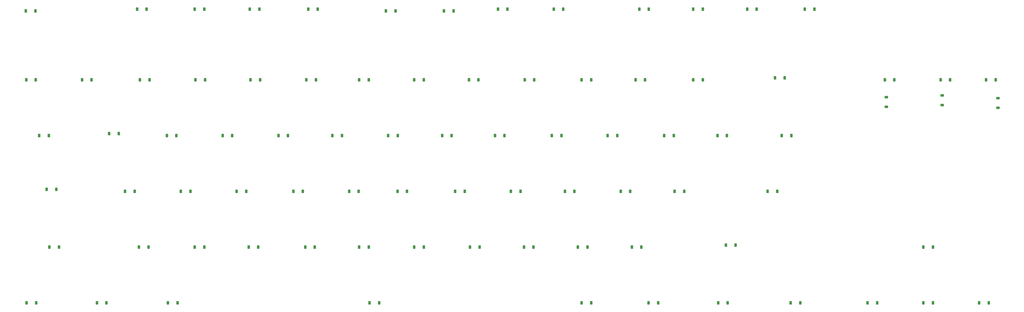
<source format=gbr>
%TF.GenerationSoftware,KiCad,Pcbnew,9.0.6*%
%TF.CreationDate,2025-12-30T21:58:58-08:00*%
%TF.ProjectId,keyboard,6b657962-6f61-4726-942e-6b696361645f,rev?*%
%TF.SameCoordinates,Original*%
%TF.FileFunction,Paste,Top*%
%TF.FilePolarity,Positive*%
%FSLAX46Y46*%
G04 Gerber Fmt 4.6, Leading zero omitted, Abs format (unit mm)*
G04 Created by KiCad (PCBNEW 9.0.6) date 2025-12-30 21:58:58*
%MOMM*%
%LPD*%
G01*
G04 APERTURE LIST*
G04 Aperture macros list*
%AMRoundRect*
0 Rectangle with rounded corners*
0 $1 Rounding radius*
0 $2 $3 $4 $5 $6 $7 $8 $9 X,Y pos of 4 corners*
0 Add a 4 corners polygon primitive as box body*
4,1,4,$2,$3,$4,$5,$6,$7,$8,$9,$2,$3,0*
0 Add four circle primitives for the rounded corners*
1,1,$1+$1,$2,$3*
1,1,$1+$1,$4,$5*
1,1,$1+$1,$6,$7*
1,1,$1+$1,$8,$9*
0 Add four rect primitives between the rounded corners*
20,1,$1+$1,$2,$3,$4,$5,0*
20,1,$1+$1,$4,$5,$6,$7,0*
20,1,$1+$1,$6,$7,$8,$9,0*
20,1,$1+$1,$8,$9,$2,$3,0*%
G04 Aperture macros list end*
%ADD10RoundRect,0.225000X-0.225000X-0.375000X0.225000X-0.375000X0.225000X0.375000X-0.225000X0.375000X0*%
%ADD11RoundRect,0.225000X-0.375000X0.225000X-0.375000X-0.225000X0.375000X-0.225000X0.375000X0.225000X0*%
G04 APERTURE END LIST*
D10*
%TO.C,D78*%
X315056250Y-130175000D03*
X318356250Y-130175000D03*
%TD*%
%TO.C,D28*%
X119000000Y-92075000D03*
X122300000Y-92075000D03*
%TD*%
%TO.C,D38*%
X154560000Y-92075000D03*
X157860000Y-92075000D03*
%TD*%
%TO.C,D68*%
X264035000Y-130175000D03*
X267335000Y-130175000D03*
%TD*%
%TO.C,D45*%
X207900000Y-29845000D03*
X211200000Y-29845000D03*
%TD*%
%TO.C,D27*%
X113920000Y-73025000D03*
X117220000Y-73025000D03*
%TD*%
%TO.C,D59*%
X226315000Y-73025000D03*
X229615000Y-73025000D03*
%TD*%
%TO.C,D51*%
X237110000Y-29845000D03*
X240410000Y-29845000D03*
%TD*%
%TO.C,D9*%
X56135000Y-72390000D03*
X59435000Y-72390000D03*
%TD*%
%TO.C,D41*%
X160275000Y-53975000D03*
X163575000Y-53975000D03*
%TD*%
%TO.C,D79*%
X334106250Y-130175000D03*
X337406250Y-130175000D03*
%TD*%
%TO.C,D85*%
X339980000Y-53975000D03*
X343280000Y-53975000D03*
%TD*%
%TO.C,D70*%
X255525000Y-53975000D03*
X258825000Y-53975000D03*
%TD*%
D11*
%TO.C,D83*%
X321468750Y-59945000D03*
X321468750Y-63245000D03*
%TD*%
D10*
%TO.C,D13*%
X85345000Y-29845000D03*
X88645000Y-29845000D03*
%TD*%
%TO.C,D66*%
X249175000Y-92075000D03*
X252475000Y-92075000D03*
%TD*%
%TO.C,D64*%
X235840000Y-53975000D03*
X239140000Y-53975000D03*
%TD*%
%TO.C,D30*%
X150605000Y-30480000D03*
X153905000Y-30480000D03*
%TD*%
%TO.C,D5*%
X35718750Y-111125000D03*
X39018750Y-111125000D03*
%TD*%
%TO.C,D56*%
X217425000Y-130175000D03*
X220725000Y-130175000D03*
%TD*%
%TO.C,D86*%
X320930000Y-53975000D03*
X324230000Y-53975000D03*
%TD*%
%TO.C,D73*%
X266700000Y-110490000D03*
X270000000Y-110490000D03*
%TD*%
%TO.C,D22*%
X99695000Y-92075000D03*
X102995000Y-92075000D03*
%TD*%
%TO.C,D26*%
X104395000Y-53975000D03*
X107695000Y-53975000D03*
%TD*%
%TO.C,D77*%
X285750000Y-73025000D03*
X289050000Y-73025000D03*
%TD*%
%TO.C,D37*%
X151385000Y-73025000D03*
X154685000Y-73025000D03*
%TD*%
%TO.C,D25*%
X124080000Y-29845000D03*
X127380000Y-29845000D03*
%TD*%
%TO.C,D33*%
X138050000Y-92075000D03*
X141350000Y-92075000D03*
%TD*%
%TO.C,D61*%
X234570000Y-111125000D03*
X237870000Y-111125000D03*
%TD*%
%TO.C,D55*%
X216155000Y-111125000D03*
X219455000Y-111125000D03*
%TD*%
%TO.C,D60*%
X230760000Y-92075000D03*
X234060000Y-92075000D03*
%TD*%
%TO.C,D69*%
X293625000Y-29845000D03*
X296925000Y-29845000D03*
%TD*%
%TO.C,D14*%
X66675000Y-53975000D03*
X69975000Y-53975000D03*
%TD*%
%TO.C,D53*%
X207265000Y-73025000D03*
X210565000Y-73025000D03*
%TD*%
%TO.C,D47*%
X187835000Y-73025000D03*
X191135000Y-73025000D03*
%TD*%
%TO.C,D80*%
X334106250Y-111125000D03*
X337406250Y-111125000D03*
%TD*%
%TO.C,D32*%
X132335000Y-73025000D03*
X135635000Y-73025000D03*
%TD*%
%TO.C,D74*%
X288800000Y-130175000D03*
X292100000Y-130175000D03*
%TD*%
%TO.C,D48*%
X193295000Y-92075000D03*
X196595000Y-92075000D03*
%TD*%
%TO.C,D10*%
X61595000Y-92075000D03*
X64895000Y-92075000D03*
%TD*%
D11*
%TO.C,D82*%
X340518750Y-59310000D03*
X340518750Y-62610000D03*
%TD*%
D10*
%TO.C,D84*%
X355537500Y-53975000D03*
X358837500Y-53975000D03*
%TD*%
%TO.C,D7*%
X65660000Y-29845000D03*
X68960000Y-29845000D03*
%TD*%
%TO.C,D58*%
X217425000Y-53975000D03*
X220725000Y-53975000D03*
%TD*%
%TO.C,D46*%
X178945000Y-53975000D03*
X182245000Y-53975000D03*
%TD*%
%TO.C,D12*%
X51945000Y-130175000D03*
X55245000Y-130175000D03*
%TD*%
%TO.C,D2*%
X27815000Y-53975000D03*
X31115000Y-53975000D03*
%TD*%
%TO.C,D6*%
X27940000Y-130175000D03*
X31240000Y-130175000D03*
%TD*%
%TO.C,D34*%
X141480000Y-111125000D03*
X144780000Y-111125000D03*
%TD*%
%TO.C,D62*%
X240285000Y-130175000D03*
X243585000Y-130175000D03*
%TD*%
%TO.C,D43*%
X174245000Y-92075000D03*
X177545000Y-92075000D03*
%TD*%
%TO.C,D40*%
X188850000Y-29845000D03*
X192150000Y-29845000D03*
%TD*%
%TO.C,D76*%
X283465000Y-53340000D03*
X286765000Y-53340000D03*
%TD*%
%TO.C,D52*%
X197995000Y-53975000D03*
X201295000Y-53975000D03*
%TD*%
%TO.C,D3*%
X32260000Y-73025000D03*
X35560000Y-73025000D03*
%TD*%
%TO.C,D54*%
X211710000Y-92075000D03*
X215010000Y-92075000D03*
%TD*%
%TO.C,D39*%
X160275000Y-111125000D03*
X163575000Y-111125000D03*
%TD*%
%TO.C,D29*%
X123065000Y-111125000D03*
X126365000Y-111125000D03*
%TD*%
%TO.C,D23*%
X103760000Y-111125000D03*
X107060000Y-111125000D03*
%TD*%
%TO.C,D8*%
X46865000Y-53975000D03*
X50165000Y-53975000D03*
%TD*%
%TO.C,D31*%
X123445000Y-53975000D03*
X126745000Y-53975000D03*
%TD*%
%TO.C,D63*%
X273940000Y-29845000D03*
X277240000Y-29845000D03*
%TD*%
%TO.C,D65*%
X245620000Y-73025000D03*
X248920000Y-73025000D03*
%TD*%
%TO.C,D4*%
X34800000Y-91440000D03*
X38100000Y-91440000D03*
%TD*%
%TO.C,D36*%
X141480000Y-53975000D03*
X144780000Y-53975000D03*
%TD*%
%TO.C,D35*%
X170435000Y-30480000D03*
X173735000Y-30480000D03*
%TD*%
%TO.C,D57*%
X255525000Y-29845000D03*
X258825000Y-29845000D03*
%TD*%
%TO.C,D21*%
X94870000Y-73025000D03*
X98170000Y-73025000D03*
%TD*%
%TO.C,D11*%
X66295000Y-111125000D03*
X69595000Y-111125000D03*
%TD*%
%TO.C,D42*%
X169800000Y-73025000D03*
X173100000Y-73025000D03*
%TD*%
D11*
%TO.C,D81*%
X359568750Y-60262500D03*
X359568750Y-63562500D03*
%TD*%
D10*
%TO.C,D24*%
X145035000Y-130175000D03*
X148335000Y-130175000D03*
%TD*%
%TO.C,D44*%
X179325000Y-111125000D03*
X182625000Y-111125000D03*
%TD*%
%TO.C,D15*%
X75820000Y-73025000D03*
X79120000Y-73025000D03*
%TD*%
%TO.C,D16*%
X80645000Y-92075000D03*
X83945000Y-92075000D03*
%TD*%
%TO.C,D1*%
X27656250Y-30480000D03*
X30956250Y-30480000D03*
%TD*%
%TO.C,D20*%
X85600000Y-53975000D03*
X88900000Y-53975000D03*
%TD*%
%TO.C,D18*%
X76200000Y-130175000D03*
X79500000Y-130175000D03*
%TD*%
%TO.C,D71*%
X263780000Y-73025000D03*
X267080000Y-73025000D03*
%TD*%
%TO.C,D50*%
X280925000Y-92075000D03*
X284225000Y-92075000D03*
%TD*%
%TO.C,D49*%
X197740000Y-111125000D03*
X201040000Y-111125000D03*
%TD*%
%TO.C,D17*%
X85345000Y-111125000D03*
X88645000Y-111125000D03*
%TD*%
%TO.C,D72*%
X353156250Y-130175000D03*
X356456250Y-130175000D03*
%TD*%
%TO.C,D19*%
X104140000Y-29845000D03*
X107440000Y-29845000D03*
%TD*%
M02*

</source>
